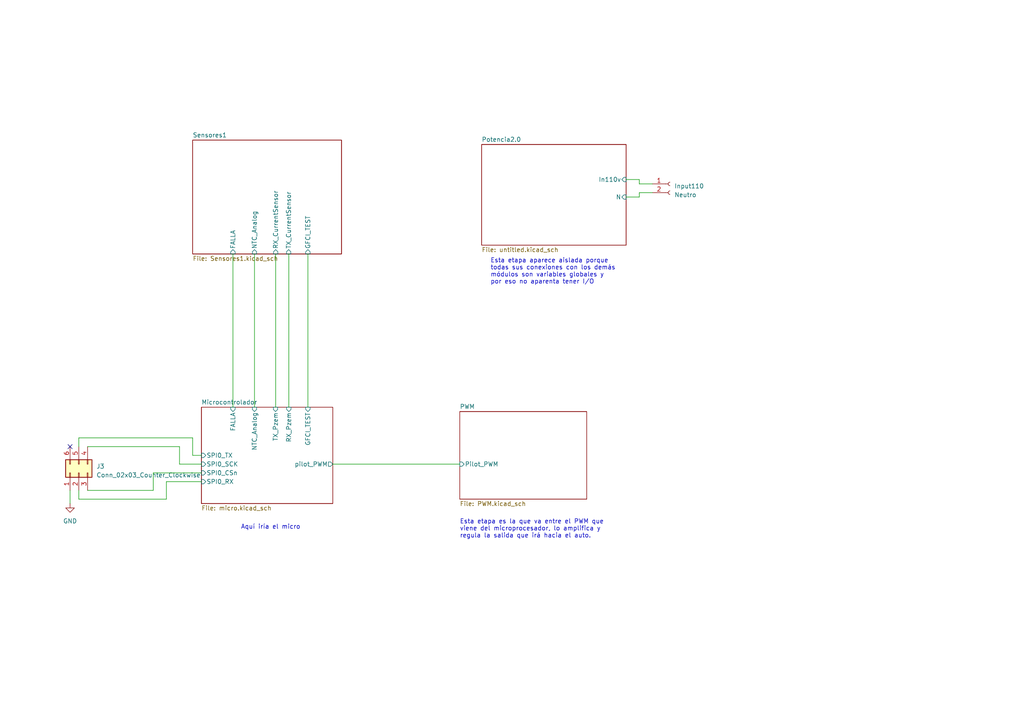
<source format=kicad_sch>
(kicad_sch (version 20230121) (generator eeschema)
  (paper "A4")
  (lib_symbols
    (symbol "Connector:Conn_01x02_Socket" (pin_names (offset 1.016) hide)
      (property "Reference" "J" (at 0 2.54 0))
      (property "Value" "Conn_01x02_Socket" (at 0 -5.08 0))
      (symbol "Conn_01x02_Socket_1_1"
        (arc (start 0 -2.032) (mid -0.5058 -2.54) (end 0 -3.048) (stroke (width 0.1524)))
        (polyline (pts (xy -1.27 -2.54) (xy -0.508 -2.54)) (stroke (width 0.1524)))
        (polyline (pts (xy -1.27 0) (xy -0.508 0)) (stroke (width 0.1524)))
        (arc (start 0 0.508) (mid -0.5058 0) (end 0 -0.508) (stroke (width 0.1524)))
        (pin passive line (at -5.08 0 0) (length 3.81) (name "Pin_1") (number "1"))
        (pin passive line (at -5.08 -2.54 0) (length 3.81) (name "Pin_2") (number "2"))
      )
    )
    (symbol "Connector_Generic:Conn_02x03_Counter_Clockwise" (pin_names (offset 1.016) hide)
      (property "Reference" "J" (at 1.27 5.08 0))
      (property "Value" "Conn_02x03_Counter_Clockwise" (at 1.27 -5.08 0))
      (symbol "Conn_02x03_Counter_Clockwise_1_1"
        (rectangle (start -1.27 -2.413) (end 0 -2.667) (stroke (width 0.1524)))
        (rectangle (start -1.27 0.127) (end 0 -0.127) (stroke (width 0.1524)))
        (rectangle (start -1.27 2.667) (end 0 2.413) (stroke (width 0.1524)))
        (rectangle (start -1.27 3.81) (end 3.81 -3.81) (stroke (width 0.254)) (fill (type background)))
        (rectangle (start 3.81 -2.413) (end 2.54 -2.667) (stroke (width 0.1524)))
        (rectangle (start 3.81 0.127) (end 2.54 -0.127) (stroke (width 0.1524)))
        (rectangle (start 3.81 2.667) (end 2.54 2.413) (stroke (width 0.1524)))
        (pin passive line (at -5.08 2.54 0) (length 3.81) (name "Pin_1") (number "1"))
        (pin passive line (at -5.08 0 0) (length 3.81) (name "Pin_2") (number "2"))
        (pin passive line (at -5.08 -2.54 0) (length 3.81) (name "Pin_3") (number "3"))
        (pin passive line (at 7.62 -2.54 180) (length 3.81) (name "Pin_4") (number "4"))
        (pin passive line (at 7.62 0 180) (length 3.81) (name "Pin_5") (number "5"))
        (pin passive line (at 7.62 2.54 180) (length 3.81) (name "Pin_6") (number "6"))
      )
    )
    (symbol "power:GND" (power) (pin_names (offset 0))
      (property "Value" "GND" (at 0 -3.81 0))
      (symbol "GND_0_1"
        (polyline (pts (xy 0 0) (xy 0 -1.27) (xy 1.27 -1.27) (xy 0 -2.54) (xy -1.27 -1.27) (xy 0 -1.27)))
      )
      (symbol "GND_1_1"
        (pin power_in line (at 0 0 270) (length 0) hide (name "GND") (number "1"))
      )
    )
  )
  (no_connect (at 20.32 129.54))
  (wire (pts (xy 48.26 139.7) (xy 58.42 139.7)))
  (wire (pts (xy 52.07 134.62) (xy 52.07 129.54)))
  (wire (pts (xy 44.45 142.24) (xy 44.45 137.16)))
  (wire (pts (xy 89.3064 73.66) (xy 89.3064 118.11)))
  (wire (pts (xy 58.42 134.62) (xy 52.07 134.62)))
  (wire (pts (xy 22.86 129.54) (xy 22.86 127)))
  (wire (pts (xy 55.88 127) (xy 55.88 132.08)))
  (wire (pts (xy 67.564 73.66) (xy 67.564 118.11)))
  (wire (pts (xy 79.9592 73.66) (xy 79.9592 118.11)))
  (wire (pts (xy 185.42 57.15) (xy 181.61 57.15)))
  (wire (pts (xy 83.7692 73.66) (xy 83.7692 118.11)))
  (wire (pts (xy 52.07 129.54) (xy 25.4 129.54)))
  (wire (pts (xy 189.23 55.88) (xy 185.42 55.88)))
  (wire (pts (xy 185.42 53.34) (xy 185.42 52.07)))
  (wire (pts (xy 22.86 142.24) (xy 22.86 144.78)))
  (wire (pts (xy 189.23 53.34) (xy 185.42 53.34)))
  (wire (pts (xy 96.52 134.62) (xy 133.35 134.62)))
  (wire (pts (xy 44.45 137.16) (xy 58.42 137.16)))
  (wire (pts (xy 20.32 142.24) (xy 20.32 146.05)))
  (wire (pts (xy 25.4 142.24) (xy 44.45 142.24)))
  (wire (pts (xy 83.7692 73.66) (xy 83.7184 73.66)))
  (wire (pts (xy 185.42 52.07) (xy 181.61 52.07)))
  (wire (pts (xy 185.42 55.88) (xy 185.42 57.15)))
  (wire (pts (xy 73.8124 73.66) (xy 73.8124 118.11)))
  (wire (pts (xy 79.9592 118.11) (xy 79.9084 118.11)))
  (wire (pts (xy 22.86 144.78) (xy 48.26 144.78)))
  (wire (pts (xy 55.88 132.08) (xy 58.42 132.08)))
  (wire (pts (xy 22.86 127) (xy 55.88 127)))
  (wire (pts (xy 48.26 144.78) (xy 48.26 139.7)))
  (text "Aquí iría el micro\n" (at 69.85 153.67 0) (effects (font (size 1.27 1.27)) (justify left bottom)))
  (text "Esta etapa es la que va entre el PWM que \nviene del microprocesador, lo amplifica y \nregula la salida que irá hacia el auto." (at 133.35 156.21 0) (effects (font (size 1.27 1.27)) (justify left bottom)))
  (text "Esta etapa aparece aislada porque\ntodas sus conexiones con los demás\nmódulos son variables globales y\npor eso no aparenta tener I/O" (at 142.24 82.55 0) (effects (font (size 1.27 1.27)) (justify left bottom)))
  (symbol (lib_id "power:GND") (at 20.32 146.05 0) (unit 1)
    (property "Reference" "#PWR011" (effects hide))
    (property "Value" "GND" (at 20.32 151.13 0))
  )
  (symbol (lib_id "Connector:Conn_01x02_Socket") (at 194.31 53.34 0) (unit 1)
    (property "Reference" "Input110" (at 195.58 53.975 0) (effects (justify left)))
    (property "Value" "Neutro" (at 195.58 56.515 0) (effects (justify left)))
    (property "Footprint" "TerminalBlock:TerminalBlock_Wuerth_691311400102_P7.62mm" (effects hide))
  )
  (symbol (lib_id "Connector_Generic:Conn_02x03_Counter_Clockwise") (at 22.86 137.16 90) (unit 1)
    (property "Reference" "J3" (at 27.94 135.255 90) (effects (justify right)))
    (property "Value" "Conn_02x03_Counter_Clockwise" (at 27.94 137.795 90) (effects (justify right)))
    (property "Footprint" "Connector_PinHeader_2.54mm:PinHeader_2x03_P2.54mm_Vertical" (effects hide))
  )
  (sheet (at 58.42 118.11) (size 38.1 27.94) (stroke (width 0.1524))
    (property "Sheetname" "Microcontrolador" (at 58.42 117.3984 0) (effects (justify left bottom)))
    (property "Sheetfile" "micro.kicad_sch" (at 58.42 146.6346 0) (effects (justify left top)))
    (pin "pilot_PWM" output (at 96.52 134.62 0))
    (pin "GFCI_TEST" input (at 89.3064 118.11 90))
    (pin "FALLA" input (at 67.564 118.11 90))
    (pin "NTC_Analog" input (at 73.8124 118.11 90))
    (pin "TX_Pzem" input (at 79.9084 118.11 90))
    (pin "RX_Pzem" input (at 83.7692 118.11 90))
    (pin "SPI0_TX" input (at 58.42 132.08 180))
    (pin "SPI0_SCK" input (at 58.42 134.62 180))
    (pin "SPI0_CSn" input (at 58.42 137.16 180))
    (pin "SPI0_RX" input (at 58.42 139.7 180))
  )
  (sheet (at 133.35 119.38) (size 36.83 25.4) (stroke (width 0.1524))
    (property "Sheetname" "PWM" (at 133.35 118.6684 0) (effects (justify left bottom)))
    (property "Sheetfile" "PWM.kicad_sch" (at 133.35 145.3646 0) (effects (justify left top)))
    (pin "Pilot_PWM" input (at 133.35 134.62 180))
  )
  (sheet (at 55.88 40.64) (size 43.18 33.02) (stroke (width 0.1524))
    (property "Sheetname" "Sensores1" (at 55.88 39.9284 0) (effects (justify left bottom)))
    (property "Sheetfile" "Sensores1.kicad_sch" (at 55.88 74.2446 0) (effects (justify left top)))
    (pin "FALLA" input (at 67.564 73.66 270))
    (pin "RX_CurrentSensor" input (at 79.9592 73.66 270))
    (pin "GFCI_TEST" input (at 89.3064 73.66 270))
    (pin "TX_CurrentSensor" input (at 83.7184 73.66 270))
    (pin "NTC_Analog" input (at 73.8124 73.66 270))
  )
  (sheet (at 139.7 41.91) (size 41.91 29.21) (stroke (width 0.1524))
    (property "Sheetname" "Potencia2.0" (at 139.7 41.1984 0) (effects (justify left bottom)))
    (property "Sheetfile" "untitled.kicad_sch" (at 139.7 71.7046 0) (effects (justify left top)))
    (pin "In110v" input (at 181.61 52.07 0))
    (pin "N" input (at 181.61 57.15 0))
  )
)
</source>
